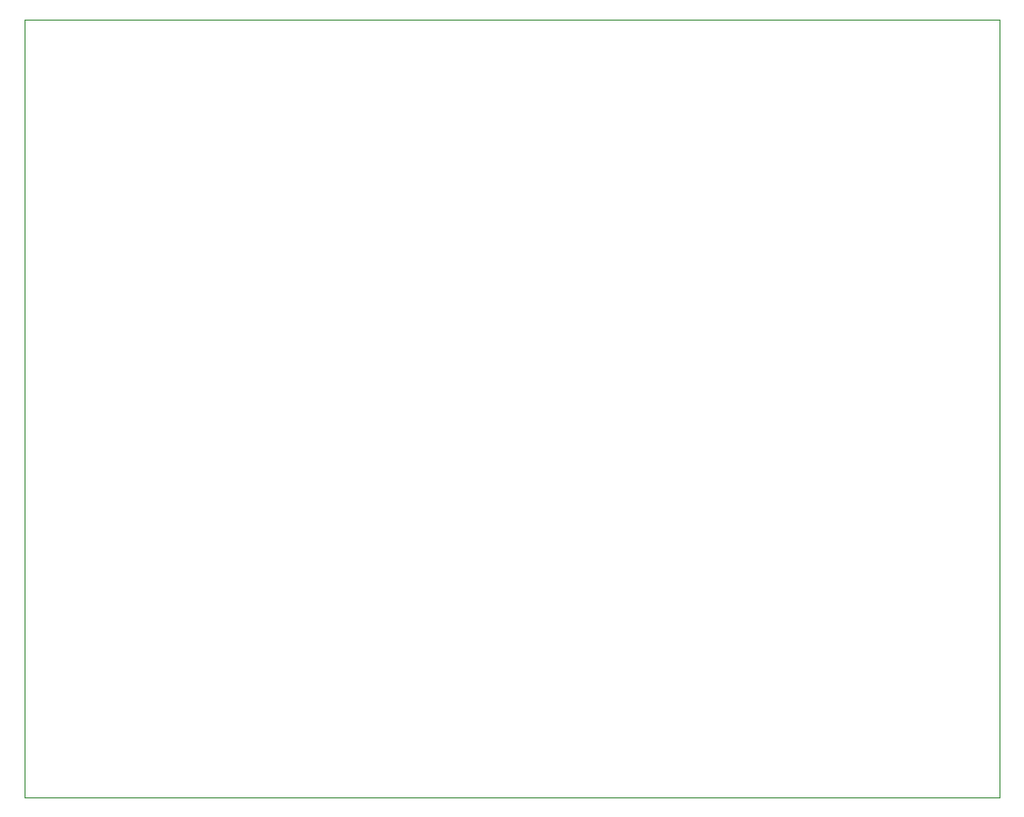
<source format=gm1>
G04 #@! TF.GenerationSoftware,KiCad,Pcbnew,(5.1.0-891-gf1f26a919-dirty)*
G04 #@! TF.CreationDate,2019-06-11T00:28:50+04:00*
G04 #@! TF.ProjectId,hdmishield,68646d69-7368-4696-956c-642e6b696361,rev?*
G04 #@! TF.SameCoordinates,Original*
G04 #@! TF.FileFunction,Profile,NP*
%FSLAX46Y46*%
G04 Gerber Fmt 4.6, Leading zero omitted, Abs format (unit mm)*
G04 Created by KiCad (PCBNEW (5.1.0-891-gf1f26a919-dirty)) date 2019-06-11 00:28:50*
%MOMM*%
%LPD*%
G04 APERTURE LIST*
%ADD10C,0.100000*%
G04 APERTURE END LIST*
D10*
X45339000Y-41910000D02*
X45340000Y-30490000D01*
X45340000Y-30490000D02*
X129440000Y-30490000D01*
X45340000Y-97590000D02*
X45339000Y-41910000D01*
X129440000Y-97590000D02*
X45340000Y-97590000D01*
X129440000Y-30490000D02*
X129440000Y-97590000D01*
M02*

</source>
